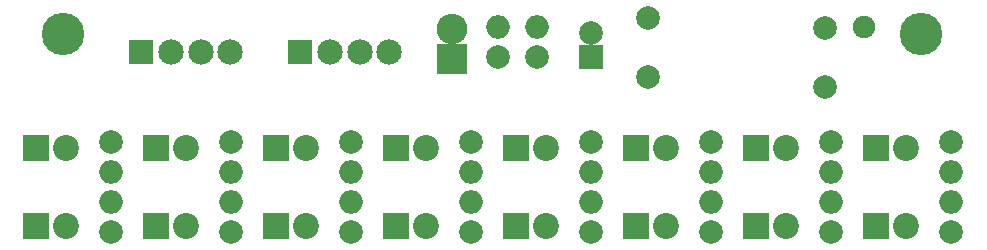
<source format=gbr>
G04 #@! TF.GenerationSoftware,KiCad,Pcbnew,(5.0.0-rc2-63-gd4393b281)*
G04 #@! TF.CreationDate,2018-06-20T11:48:03-07:00*
G04 #@! TF.ProjectId,IRSensorArray,495253656E736F7241727261792E6B69,rev?*
G04 #@! TF.SameCoordinates,Original*
G04 #@! TF.FileFunction,Soldermask,Bot*
G04 #@! TF.FilePolarity,Negative*
%FSLAX46Y46*%
G04 Gerber Fmt 4.6, Leading zero omitted, Abs format (unit mm)*
G04 Created by KiCad (PCBNEW (5.0.0-rc2-63-gd4393b281)) date 06/20/18 11:48:03*
%MOMM*%
%LPD*%
G01*
G04 APERTURE LIST*
%ADD10C,2.200000*%
%ADD11R,2.200000X2.200000*%
%ADD12C,3.600000*%
%ADD13C,2.000000*%
%ADD14R,2.000000X2.000000*%
%ADD15C,1.900000*%
%ADD16O,2.000000X2.000000*%
%ADD17R,2.150000X2.150000*%
%ADD18C,2.150000*%
%ADD19O,2.600000X2.600000*%
%ADD20R,2.600000X2.600000*%
G04 APERTURE END LIST*
D10*
G04 #@! TO.C,Q8*
X185166000Y-101981000D03*
D11*
X182626000Y-101981000D03*
G04 #@! TD*
D12*
G04 #@! TO.C,MH2*
X186436000Y-92329000D03*
G04 #@! TD*
D13*
G04 #@! TO.C,C1*
X178308000Y-91774000D03*
X178308000Y-96774000D03*
G04 #@! TD*
G04 #@! TO.C,C2*
X158496000Y-92234000D03*
D14*
X158496000Y-94234000D03*
G04 #@! TD*
D13*
G04 #@! TO.C,C4*
X163322000Y-95948500D03*
X163322000Y-90948500D03*
G04 #@! TD*
D10*
G04 #@! TO.C,D1*
X114046000Y-108585000D03*
D11*
X111506000Y-108585000D03*
G04 #@! TD*
G04 #@! TO.C,D2*
X152146000Y-108585000D03*
D10*
X154686000Y-108585000D03*
G04 #@! TD*
G04 #@! TO.C,D3*
X124206000Y-108585000D03*
D11*
X121666000Y-108585000D03*
G04 #@! TD*
G04 #@! TO.C,D4*
X162306000Y-108585000D03*
D10*
X164846000Y-108585000D03*
G04 #@! TD*
D11*
G04 #@! TO.C,D5*
X131826000Y-108585000D03*
D10*
X134366000Y-108585000D03*
G04 #@! TD*
G04 #@! TO.C,D6*
X175006000Y-108585000D03*
D11*
X172466000Y-108585000D03*
G04 #@! TD*
G04 #@! TO.C,D7*
X141986000Y-108585000D03*
D10*
X144526000Y-108585000D03*
G04 #@! TD*
D11*
G04 #@! TO.C,D8*
X182626000Y-108585000D03*
D10*
X185166000Y-108585000D03*
G04 #@! TD*
D15*
G04 #@! TO.C,J1*
X181610000Y-91694000D03*
G04 #@! TD*
D11*
G04 #@! TO.C,Q1*
X111506000Y-101981000D03*
D10*
X114046000Y-101981000D03*
G04 #@! TD*
D11*
G04 #@! TO.C,Q2*
X152146000Y-101981000D03*
D10*
X154686000Y-101981000D03*
G04 #@! TD*
D11*
G04 #@! TO.C,Q3*
X121666000Y-101981000D03*
D10*
X124206000Y-101981000D03*
G04 #@! TD*
G04 #@! TO.C,Q5*
X134366000Y-101981000D03*
D11*
X131826000Y-101981000D03*
G04 #@! TD*
D10*
G04 #@! TO.C,Q6*
X175006000Y-101981000D03*
D11*
X172466000Y-101981000D03*
G04 #@! TD*
D10*
G04 #@! TO.C,Q7*
X144526000Y-101981000D03*
D11*
X141986000Y-101981000D03*
G04 #@! TD*
D13*
G04 #@! TO.C,R1*
X153924000Y-94234000D03*
D16*
X153924000Y-91694000D03*
G04 #@! TD*
D13*
G04 #@! TO.C,R2*
X150622000Y-94234000D03*
D16*
X150622000Y-91694000D03*
G04 #@! TD*
D13*
G04 #@! TO.C,R3*
X117856000Y-109093000D03*
D16*
X117856000Y-106553000D03*
G04 #@! TD*
G04 #@! TO.C,R4*
X117856000Y-104013000D03*
D13*
X117856000Y-101473000D03*
G04 #@! TD*
D16*
G04 #@! TO.C,R5*
X158496000Y-106553000D03*
D13*
X158496000Y-109093000D03*
G04 #@! TD*
D16*
G04 #@! TO.C,R6*
X158496000Y-104013000D03*
D13*
X158496000Y-101473000D03*
G04 #@! TD*
G04 #@! TO.C,R7*
X128016000Y-109093000D03*
D16*
X128016000Y-106553000D03*
G04 #@! TD*
G04 #@! TO.C,R8*
X128016000Y-104013000D03*
D13*
X128016000Y-101473000D03*
G04 #@! TD*
G04 #@! TO.C,R9*
X168656000Y-109093000D03*
D16*
X168656000Y-106553000D03*
G04 #@! TD*
G04 #@! TO.C,R10*
X168656000Y-104013000D03*
D13*
X168656000Y-101473000D03*
G04 #@! TD*
G04 #@! TO.C,R11*
X138176000Y-109093000D03*
D16*
X138176000Y-106553000D03*
G04 #@! TD*
G04 #@! TO.C,R12*
X138176000Y-104013000D03*
D13*
X138176000Y-101473000D03*
G04 #@! TD*
G04 #@! TO.C,R13*
X178816000Y-109093000D03*
D16*
X178816000Y-106553000D03*
G04 #@! TD*
G04 #@! TO.C,R14*
X178816000Y-104013000D03*
D13*
X178816000Y-101473000D03*
G04 #@! TD*
G04 #@! TO.C,R15*
X148336000Y-109093000D03*
D16*
X148336000Y-106553000D03*
G04 #@! TD*
G04 #@! TO.C,R16*
X148336000Y-104013000D03*
D13*
X148336000Y-101473000D03*
G04 #@! TD*
G04 #@! TO.C,R17*
X188976000Y-109093000D03*
D16*
X188976000Y-106553000D03*
G04 #@! TD*
D13*
G04 #@! TO.C,R18*
X188976000Y-101473000D03*
D16*
X188976000Y-104013000D03*
G04 #@! TD*
D17*
G04 #@! TO.C,J2*
X133858000Y-93853000D03*
D18*
X136358000Y-93853000D03*
X138858000Y-93853000D03*
X141358000Y-93853000D03*
G04 #@! TD*
G04 #@! TO.C,J3*
X127896000Y-93853000D03*
X125396000Y-93853000D03*
X122896000Y-93853000D03*
D17*
X120396000Y-93853000D03*
G04 #@! TD*
D12*
G04 #@! TO.C,MH1*
X113792000Y-92329000D03*
G04 #@! TD*
D10*
G04 #@! TO.C,Q4*
X164846000Y-101981000D03*
D11*
X162306000Y-101981000D03*
G04 #@! TD*
D19*
G04 #@! TO.C,D9*
X146710400Y-91846400D03*
D20*
X146710400Y-94386400D03*
G04 #@! TD*
M02*

</source>
